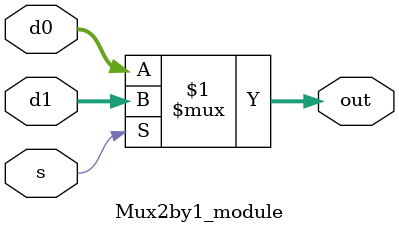
<source format=v>
`timescale 1ns / 1ps
module Mux2by1_module(
    input [7:0] d0,
    input [7:0] d1,
    input s,
    output [7:0] out
    );
	assign out = s ? d1 : d0;

endmodule

</source>
